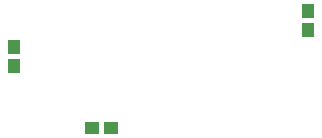
<source format=gbp>
G04*
G04 #@! TF.GenerationSoftware,Altium Limited,Altium Designer,25.1.2 (22)*
G04*
G04 Layer_Color=128*
%FSLAX44Y44*%
%MOMM*%
G71*
G04*
G04 #@! TF.SameCoordinates,6D4D92B4-A3DC-49D6-99F1-53D89A5D43F5*
G04*
G04*
G04 #@! TF.FilePolarity,Positive*
G04*
G01*
G75*
%ADD46R,1.1062X1.3051*%
%ADD47R,1.3051X1.1062*%
D46*
X599440Y525394D02*
D03*
X350520Y510926D02*
D03*
Y494914D02*
D03*
X599440Y541406D02*
D03*
D47*
X416174Y441960D02*
D03*
X432186D02*
D03*
M02*

</source>
